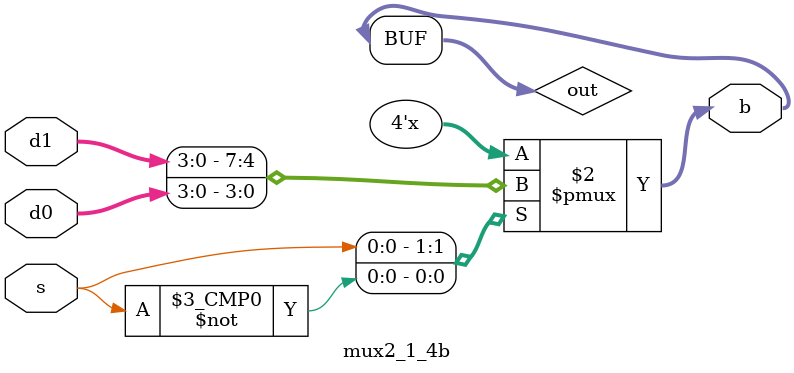
<source format=v>
module mux2_1_4b(d0, d1, b, s);
	input s;
	input [3:0] d0, d1;
	output [3:0] b;

	reg [3:0] out;
	always @*case(s)
		1'b1 : out = d1;
		1'b0 : out = d0;
	endcase
	
	assign b = out;
endmodule

</source>
